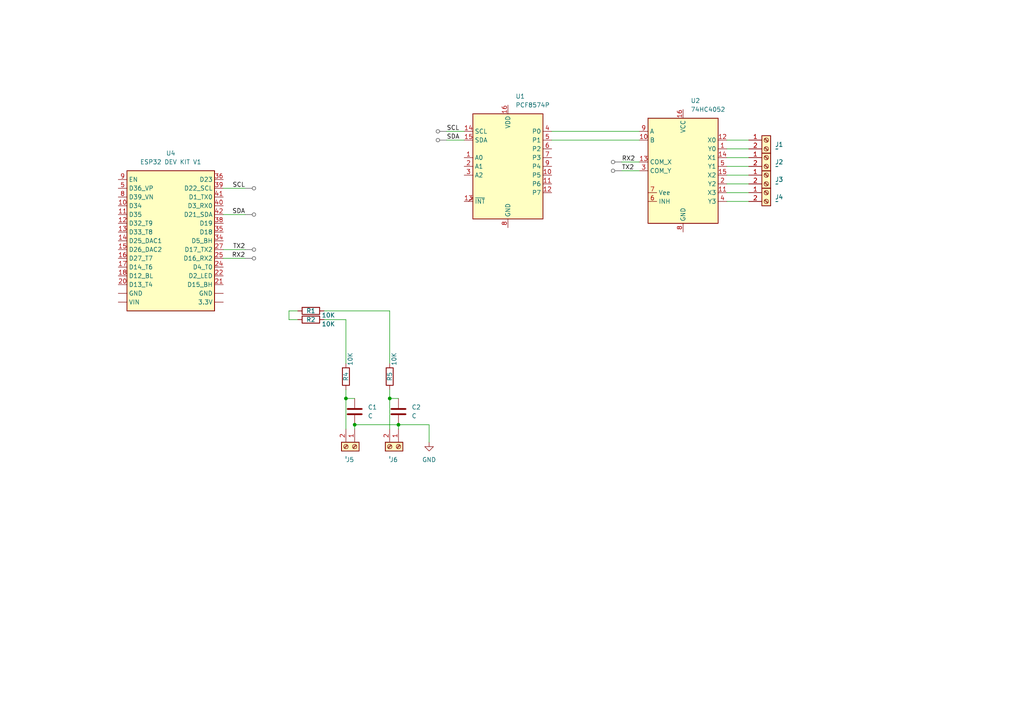
<source format=kicad_sch>
(kicad_sch (version 20230121) (generator eeschema)
  (paper "A4")
  (lib_symbols
    (symbol "0xxx My Symbols:74HC4052"
      (property "Reference" "U" (at -7.62 16.51 0))
      (property "Value" "74HC4052" (at 7.62 16.51 0))
      (symbol "74HC4052_0_1"
        (rectangle (start -10.16 15.24) (end 10.16 -15.24) (stroke (width 0.254)) (fill (type background)))
      )
      (symbol "74HC4052_1_0"
        (pin output line (at 12.7 6.35 180) (length 2.54) (name "Y0") (number "1"))
        (pin input line (at -12.7 8.89 0) (length 2.54) (name "B") (number "10"))
        (pin output line (at 12.7 -6.35 180) (length 2.54) (name "X3") (number "11"))
        (pin output line (at 12.7 8.89 180) (length 2.54) (name "X0") (number "12"))
        (pin input line (at -12.7 2.54 0) (length 2.54) (name "COM_X") (number "13"))
        (pin output line (at 12.7 3.81 180) (length 2.54) (name "X1") (number "14"))
        (pin output line (at 12.7 -1.27 180) (length 2.54) (name "X2") (number "15"))
        (pin power_in line (at 0 17.78 270) (length 2.54) (name "VCC") (number "16"))
        (pin output line (at 12.7 -3.81 180) (length 2.54) (name "Y2") (number "2"))
        (pin input line (at -12.7 0 0) (length 2.54) (name "COM_Y") (number "3"))
        (pin output line (at 12.7 -8.89 180) (length 2.54) (name "Y3") (number "4"))
        (pin output line (at 12.7 1.27 180) (length 2.54) (name "Y1") (number "5"))
        (pin input line (at -10.16 -8.89 0) (length 2.54) (name "INH") (number "6"))
        (pin power_in line (at -10.16 -6.35 0) (length 2.54) (name "Vee") (number "7"))
        (pin power_in line (at 0 -17.78 90) (length 2.54) (name "GND") (number "8"))
        (pin input line (at -12.7 11.43 0) (length 2.54) (name "A") (number "9"))
      )
    )
    (symbol "0xxx My Symbols:ESP32 DEV KIT V1"
      (property "Reference" "U" (at -12.7 20.32 0))
      (property "Value" "ESP32 DEV KIT V1" (at 1.27 20.32 0))
      (symbol "ESP32 DEV KIT V1_0_1"
        (rectangle (start -12.7 19.05) (end 12.7 -21.59) (stroke (width 0.254)) (fill (type background)))
      )
      (symbol "ESP32 DEV KIT V1_1_1"
        (pin power_out line (at 15.24 -19.05 180) (length 2.54) (name "3.3V") (number ""))
        (pin power_in line (at -15.24 -16.51 0) (length 2.54) (name "GND") (number ""))
        (pin power_out line (at 15.24 -16.51 180) (length 2.54) (name "GND") (number ""))
        (pin power_in line (at -15.24 -19.05 0) (length 2.54) (name "VIN") (number ""))
        (pin input line (at -15.24 8.89 0) (length 2.54) (name "D34") (number "10"))
        (pin input line (at -15.24 6.35 0) (length 2.54) (name "D35") (number "11"))
        (pin bidirectional line (at -15.24 3.81 0) (length 2.54) (name "D32_T9") (number "12"))
        (pin bidirectional line (at -15.24 1.27 0) (length 2.54) (name "D33_T8") (number "13"))
        (pin bidirectional line (at -15.24 -1.27 0) (length 2.54) (name "D25_DAC1") (number "14"))
        (pin bidirectional line (at -15.24 -3.81 0) (length 2.54) (name "D26_DAC2") (number "15"))
        (pin bidirectional line (at -15.24 -6.35 0) (length 2.54) (name "D27_T7") (number "16"))
        (pin bidirectional line (at -15.24 -8.89 0) (length 2.54) (name "D14_T6") (number "17"))
        (pin bidirectional line (at -15.24 -11.43 0) (length 2.54) (name "D12_BL") (number "18"))
        (pin bidirectional line (at -15.24 -13.97 0) (length 2.54) (name "D13_T4") (number "20"))
        (pin bidirectional line (at 15.24 -13.97 180) (length 2.54) (name "D15_BH") (number "21"))
        (pin bidirectional line (at 15.24 -11.43 180) (length 2.54) (name "D2_LED") (number "22"))
        (pin bidirectional line (at 15.24 -8.89 180) (length 2.54) (name "D4_T0") (number "24"))
        (pin bidirectional line (at 15.24 -6.35 180) (length 2.54) (name "D16_RX2") (number "25"))
        (pin bidirectional line (at 15.24 -3.81 180) (length 2.54) (name "D17_TX2") (number "27"))
        (pin bidirectional line (at 15.24 -1.27 180) (length 2.54) (name "D5_BH") (number "34"))
        (pin bidirectional line (at 15.24 1.27 180) (length 2.54) (name "D18") (number "35"))
        (pin bidirectional line (at 15.24 16.51 180) (length 2.54) (name "D23") (number "36"))
        (pin bidirectional line (at 15.24 3.81 180) (length 2.54) (name "D19") (number "38"))
        (pin bidirectional line (at 15.24 13.97 180) (length 2.54) (name "D22_SCL") (number "39"))
        (pin bidirectional line (at 15.24 8.89 180) (length 2.54) (name "D3_RX0") (number "40"))
        (pin bidirectional line (at 15.24 11.43 180) (length 2.54) (name "D1_TX0") (number "41"))
        (pin bidirectional line (at 15.24 6.35 180) (length 2.54) (name "D21_SDA") (number "42"))
        (pin input line (at -15.24 13.97 0) (length 2.54) (name "D36_VP") (number "5"))
        (pin input line (at -15.24 11.43 0) (length 2.54) (name "D39_VN") (number "8"))
        (pin input line (at -15.24 16.51 0) (length 2.54) (name "EN") (number "9"))
      )
    )
    (symbol "0xxx My Symbols:PCF8574P"
      (property "Reference" "U" (at -8.89 16.51 0))
      (property "Value" "PCF8574P" (at 2.54 16.51 0))
      (symbol "PCF8574P_0_1"
        (rectangle (start -10.16 15.24) (end 10.16 -15.24) (stroke (width 0.254)) (fill (type background)))
      )
      (symbol "PCF8574P_1_1"
        (pin input line (at -12.7 2.54 0) (length 2.54) (name "A0") (number "1"))
        (pin bidirectional line (at 12.7 -2.54 180) (length 2.54) (name "P5") (number "10"))
        (pin bidirectional line (at 12.7 -5.08 180) (length 2.54) (name "P6") (number "11"))
        (pin bidirectional line (at 12.7 -7.62 180) (length 2.54) (name "P7") (number "12"))
        (pin open_collector output_low (at -12.7 -10.16 0) (length 2.54) (name "~{INT}") (number "13"))
        (pin input line (at -12.7 10.16 0) (length 2.54) (name "SCL") (number "14"))
        (pin bidirectional line (at -12.7 7.62 0) (length 2.54) (name "SDA") (number "15"))
        (pin power_in line (at 0 17.78 270) (length 2.54) (name "VDD") (number "16"))
        (pin input line (at -12.7 0 0) (length 2.54) (name "A1") (number "2"))
        (pin input line (at -12.7 -2.54 0) (length 2.54) (name "A2") (number "3"))
        (pin bidirectional line (at 12.7 10.16 180) (length 2.54) (name "P0") (number "4"))
        (pin bidirectional line (at 12.7 7.62 180) (length 2.54) (name "P1") (number "5"))
        (pin bidirectional line (at 12.7 5.08 180) (length 2.54) (name "P2") (number "6"))
        (pin bidirectional line (at 12.7 2.54 180) (length 2.54) (name "P3") (number "7"))
        (pin power_in line (at 0 -17.78 90) (length 2.54) (name "GND") (number "8"))
        (pin bidirectional line (at 12.7 0 180) (length 2.54) (name "P4") (number "9"))
      )
    )
    (symbol "Connector:Screw_Terminal_01x02" (pin_names (offset 1.016) hide)
      (property "Reference" "J" (at 0 2.54 0))
      (property "Value" "Screw_Terminal_01x02" (at 0 -5.08 0))
      (symbol "Screw_Terminal_01x02_1_1"
        (rectangle (start -1.27 1.27) (end 1.27 -3.81) (stroke (width 0.254)) (fill (type background)))
        (circle (center 0 -2.54) (radius 0.635) (stroke (width 0.1524)))
        (polyline (pts (xy -0.5334 -2.2098) (xy 0.3302 -3.048)) (stroke (width 0.1524)))
        (polyline (pts (xy -0.5334 0.3302) (xy 0.3302 -0.508)) (stroke (width 0.1524)))
        (polyline (pts (xy -0.3556 -2.032) (xy 0.508 -2.8702)) (stroke (width 0.1524)))
        (polyline (pts (xy -0.3556 0.508) (xy 0.508 -0.3302)) (stroke (width 0.1524)))
        (circle (center 0 0) (radius 0.635) (stroke (width 0.1524)))
        (pin passive line (at -5.08 0 0) (length 3.81) (name "Pin_1") (number "1"))
        (pin passive line (at -5.08 -2.54 0) (length 3.81) (name "Pin_2") (number "2"))
      )
    )
    (symbol "Device:C" (pin_numbers hide) (pin_names (offset 0.254))
      (property "Reference" "C" (at 0.635 2.54 0))
      (property "Value" "C" (at 0.635 -2.54 0))
      (symbol "C_0_1"
        (polyline (pts (xy -2.032 -0.762) (xy 2.032 -0.762)) (stroke (width 0.508)))
        (polyline (pts (xy -2.032 0.762) (xy 2.032 0.762)) (stroke (width 0.508)))
      )
      (symbol "C_1_1"
        (pin passive line (at 0 3.81 270) (length 2.794) (name "~") (number "1"))
        (pin passive line (at 0 -3.81 90) (length 2.794) (name "~") (number "2"))
      )
    )
    (symbol "Device:R" (pin_numbers hide) (pin_names (offset 0))
      (property "Reference" "R" (at 2.032 0 90))
      (property "Value" "R" (at 0 0 90))
      (symbol "R_0_1"
        (rectangle (start -1.016 -2.54) (end 1.016 2.54) (stroke (width 0.254)))
      )
      (symbol "R_1_1"
        (pin passive line (at 0 3.81 270) (length 1.27) (name "~") (number "1"))
        (pin passive line (at 0 -3.81 90) (length 1.27) (name "~") (number "2"))
      )
    )
    (symbol "power:GND" (power) (pin_names (offset 0))
      (property "Value" "GND" (at 0 -3.81 0))
      (symbol "GND_0_1"
        (polyline (pts (xy 0 0) (xy 0 -1.27) (xy 1.27 -1.27) (xy 0 -2.54) (xy -1.27 -1.27) (xy 0 -1.27)))
      )
      (symbol "GND_1_1"
        (pin power_in line (at 0 0 270) (length 0) hide (name "GND") (number "1"))
      )
    )
  )
  (junction (at 115.57 123.19))
  (junction (at 100.33 115.57))
  (junction (at 113.03 115.57))
  (junction (at 102.87 123.19))
  (wire (pts (xy 129.54 38.1) (xy 134.62 38.1)))
  (wire (pts (xy 129.54 40.64) (xy 134.62 40.64)))
  (wire (pts (xy 210.82 43.18) (xy 217.17 43.18)))
  (wire (pts (xy 210.82 55.88) (xy 217.17 55.88)))
  (wire (pts (xy 64.77 54.61) (xy 71.12 54.61)))
  (wire (pts (xy 100.33 115.57) (xy 102.87 115.57)))
  (wire (pts (xy 210.82 40.64) (xy 217.17 40.64)))
  (wire (pts (xy 210.82 53.34) (xy 217.17 53.34)))
  (wire (pts (xy 180.34 49.53) (xy 185.42 49.53)))
  (wire (pts (xy 102.87 123.19) (xy 102.87 124.46)))
  (wire (pts (xy 115.57 123.19) (xy 115.57 124.46)))
  (wire (pts (xy 115.57 123.19) (xy 124.46 123.19)))
  (wire (pts (xy 83.82 90.17) (xy 83.82 92.71)))
  (wire (pts (xy 180.34 46.99) (xy 185.42 46.99)))
  (wire (pts (xy 160.02 38.1) (xy 185.42 38.1)))
  (wire (pts (xy 83.82 92.71) (xy 86.36 92.71)))
  (wire (pts (xy 124.46 123.19) (xy 124.46 128.27)))
  (wire (pts (xy 210.82 50.8) (xy 217.17 50.8)))
  (wire (pts (xy 93.98 92.71) (xy 100.33 92.71)))
  (wire (pts (xy 113.03 115.57) (xy 115.57 115.57)))
  (wire (pts (xy 102.87 123.19) (xy 115.57 123.19)))
  (wire (pts (xy 83.82 90.17) (xy 86.36 90.17)))
  (wire (pts (xy 210.82 58.42) (xy 217.17 58.42)))
  (wire (pts (xy 210.82 48.26) (xy 217.17 48.26)))
  (wire (pts (xy 113.03 113.03) (xy 113.03 115.57)))
  (wire (pts (xy 100.33 115.57) (xy 100.33 124.46)))
  (wire (pts (xy 64.77 74.93) (xy 71.12 74.93)))
  (wire (pts (xy 64.77 62.23) (xy 71.12 62.23)))
  (wire (pts (xy 113.03 115.57) (xy 113.03 124.46)))
  (wire (pts (xy 160.02 40.64) (xy 185.42 40.64)))
  (wire (pts (xy 93.98 90.17) (xy 113.03 90.17)))
  (wire (pts (xy 113.03 90.17) (xy 113.03 105.41)))
  (wire (pts (xy 64.77 72.39) (xy 71.12 72.39)))
  (wire (pts (xy 100.33 113.03) (xy 100.33 115.57)))
  (wire (pts (xy 210.82 45.72) (xy 217.17 45.72)))
  (wire (pts (xy 100.33 92.71) (xy 100.33 105.41)))
  (label "SDA" (at 129.54 40.64 0))
  (label "SCL" (at 129.54 38.1 0))
  (label "TX2" (at 71.12 72.39 180))
  (label "SCL" (at 71.12 54.61 180))
  (label "TX2" (at 180.34 49.53 0))
  (label "SDA" (at 71.12 62.23 180))
  (label "RX2" (at 180.34 46.99 0))
  (label "RX2" (at 71.12 74.93 180))
  (netclass_flag "" (length 2.54) (shape round) (at 129.54 38.1 90))
  (netclass_flag "" (length 2.54) (shape round) (at 180.34 49.53 90))
  (netclass_flag "" (length 2.54) (shape round) (at 71.12 54.61 270))
  (netclass_flag "" (length 2.54) (shape round) (at 180.34 46.99 90))
  (netclass_flag "" (length 2.54) (shape round) (at 71.12 72.39 270))
  (netclass_flag "" (length 2.54) (shape round) (at 129.54 40.64 90))
  (netclass_flag "" (length 2.54) (shape round) (at 71.12 74.93 270))
  (netclass_flag "" (length 2.54) (shape round) (at 71.12 62.23 270))
  (symbol (lib_id "Device:R") (at 100.33 109.22 180) (unit 1)
    (property "Reference" "R4" (at 100.33 109.22 90))
    (property "Value" "10K" (at 101.6 104.14 90))
    (instances (project "flow-meter" (path "" (reference "R4") (unit 1)) (path "" (reference "R7") (unit 1))))
  )
  (symbol (lib_id "0xxx My Symbols:PCF8574P") (at 147.32 48.26 0) (unit 1)
    (property "Reference" "U1" (at 149.5141 27.94 0) (effects (justify left)))
    (property "Value" "PCF8574P" (at 149.5141 30.48 0) (effects (justify left)))
    (instances (project "flow-meter" (path "" (reference "U1") (unit 1)) (path "" (reference "U5") (unit 1))))
  )
  (symbol (lib_id "0xxx My Symbols:74HC4052") (at 198.12 49.53 0) (unit 1)
    (property "Reference" "U2" (at 200.3141 29.21 0) (effects (justify left)))
    (property "Value" "74HC4052" (at 200.3141 31.75 0) (effects (justify left)))
    (instances (project "flow-meter" (path "" (reference "U2") (unit 1)) (path "" (reference "U6") (unit 1))))
  )
  (symbol (lib_id "Connector:Screw_Terminal_01x02") (at 222.25 40.64 0) (unit 1)
    (property "Reference" "J1" (at 224.79 41.91 0) (effects (justify left)))
    (property "Value" "~" (at 224.79 43.18 0) (effects (justify left)))
    (instances (project "flow-meter" (path "" (reference "J1") (unit 1)) (path "" (reference "J9") (unit 1))))
  )
  (symbol (lib_id "Connector:Screw_Terminal_01x02") (at 222.25 55.88 0) (unit 1)
    (property "Reference" "J4" (at 224.79 57.15 0) (effects (justify left)))
    (property "Value" "~" (at 224.79 58.42 0) (effects (justify left)))
    (instances (project "flow-meter" (path "" (reference "J4") (unit 1)) (path "" (reference "J12") (unit 1))))
  )
  (symbol (lib_id "Device:R") (at 90.17 92.71 90) (unit 1)
    (property "Reference" "R2" (at 90.17 92.71 90))
    (property "Value" "10K" (at 95.25 93.98 90))
    (instances (project "flow-meter" (path "" (reference "R2") (unit 1)) (path "" (reference "R6") (unit 1))))
  )
  (symbol (lib_id "Device:R") (at 90.17 90.17 90) (unit 1)
    (property "Reference" "R1" (at 90.17 90.17 90))
    (property "Value" "10K" (at 95.25 91.44 90))
    (instances (project "flow-meter" (path "" (reference "R1") (unit 1)) (path "" (reference "R3") (unit 1))))
  )
  (symbol (lib_id "Connector:Screw_Terminal_01x02") (at 222.25 45.72 0) (unit 1)
    (property "Reference" "J2" (at 224.79 46.99 0) (effects (justify left)))
    (property "Value" "~" (at 224.79 48.26 0) (effects (justify left)))
    (instances (project "flow-meter" (path "" (reference "J2") (unit 1)) (path "" (reference "J10") (unit 1))))
  )
  (symbol (lib_id "power:GND") (at 124.46 128.27 0) (unit 1)
    (property "Reference" "#PWR02" (effects hide))
    (property "Value" "GND" (at 124.46 133.35 0))
    (instances (project "flow-meter" (path "" (reference "#PWR02") (unit 1)) (path "" (reference "#PWR01") (unit 1))))
  )
  (symbol (lib_id "Device:C") (at 115.57 119.38 0) (unit 1)
    (property "Reference" "C2" (at 119.38 118.11 0) (effects (justify left)))
    (property "Value" "C" (at 119.38 120.65 0) (effects (justify left)))
    (instances (project "flow-meter" (path "" (reference "C2") (unit 1)) (path "" (reference "C4") (unit 1))))
  )
  (symbol (lib_id "Connector:Screw_Terminal_01x02") (at 222.25 50.8 0) (unit 1)
    (property "Reference" "J3" (at 224.79 52.07 0) (effects (justify left)))
    (property "Value" "~" (at 224.79 53.34 0) (effects (justify left)))
    (instances (project "flow-meter" (path "" (reference "J3") (unit 1)) (path "" (reference "J11") (unit 1))))
  )
  (symbol (lib_id "0xxx My Symbols:ESP32 DEV KIT V1") (at 49.53 68.58 0) (unit 1)
    (property "Reference" "U4" (at 49.53 44.45 0))
    (property "Value" "ESP32 DEV KIT V1" (at 49.53 46.99 0))
  )
  (symbol (lib_id "Device:C") (at 102.87 119.38 0) (unit 1)
    (property "Reference" "C1" (at 106.68 118.11 0) (effects (justify left)))
    (property "Value" "C" (at 106.68 120.65 0) (effects (justify left)))
    (instances (project "flow-meter" (path "" (reference "C1") (unit 1)) (path "" (reference "C3") (unit 1))))
  )
  (symbol (lib_id "Connector:Screw_Terminal_01x02") (at 102.87 129.54 270) (unit 1)
    (property "Reference" "J5" (at 100.33 133.35 90) (effects (justify left)))
    (property "Value" "~" (at 100.33 132.08 0) (effects (justify left)))
    (instances (project "flow-meter" (path "" (reference "J5") (unit 1)) (path "" (reference "J7") (unit 1))))
  )
  (symbol (lib_id "Device:R") (at 113.03 109.22 180) (unit 1)
    (property "Reference" "R5" (at 113.03 109.22 90))
    (property "Value" "10K" (at 114.3 104.14 90))
    (instances (project "flow-meter" (path "" (reference "R5") (unit 1)) (path "" (reference "R8") (unit 1))))
  )
  (symbol (lib_id "Connector:Screw_Terminal_01x02") (at 115.57 129.54 270) (unit 1)
    (property "Reference" "J6" (at 113.03 133.35 90) (effects (justify left)))
    (property "Value" "~" (at 113.03 132.08 0) (effects (justify left)))
    (instances (project "flow-meter" (path "" (reference "J6") (unit 1)) (path "" (reference "J8") (unit 1))))
  )
)
</source>
